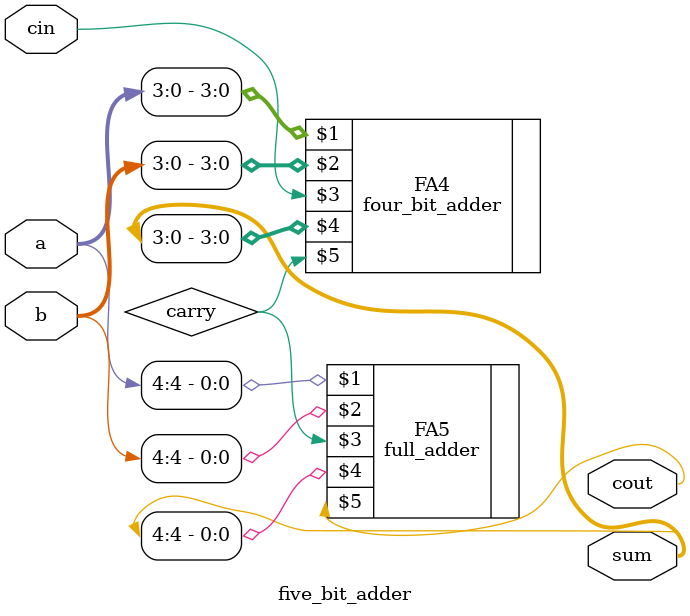
<source format=v>
`timescale 1ns / 1ps
module five_bit_adder(a, b, cin, sum, cout
    );

	input [4:0] a;
	input [4:0] b;
	input cin;
	
	output [4:0] sum;
	output cout;
	wire [4:0] sum;
	wire cout;
	
	wire carry;
	
	four_bit_adder FA4 (a[3:0], b[3:0], cin, sum[3:0], carry);
	full_adder FA5 (a[4], b[4], carry, sum[4], cout);

endmodule

</source>
